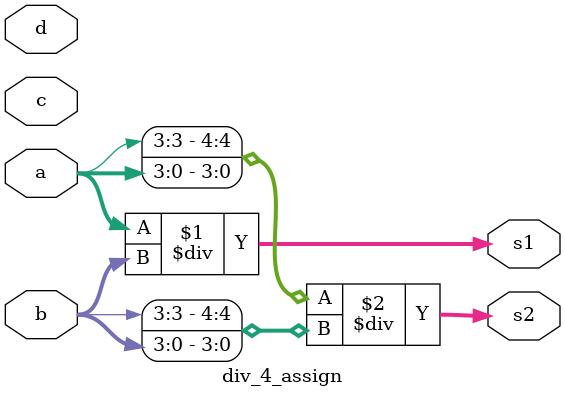
<source format=v>
module div_4_assign (a, b, c, d, s1, s2);
input signed [3:0] a, b;
input [3:0] c, d;
output signed [4:0] s1, s2;

assign s1 = (a / b);
assign s2 = ($signed(a) / $signed(b));

endmodule // div_4_assign

</source>
